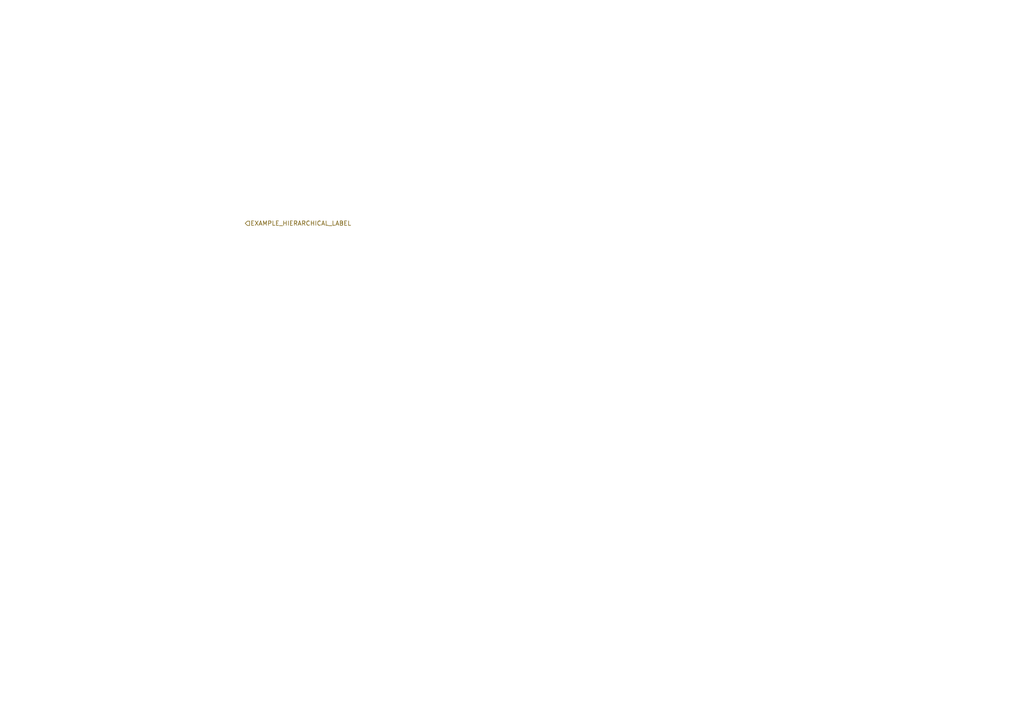
<source format=kicad_sch>
(kicad_sch
	(version 20250114)
	(generator "eeschema")
	(generator_version "9.0")
	(uuid "dd5b96c0-c600-4daf-b11c-37c81c20c165")
	(paper "A4")
	(lib_symbols)
	(hierarchical_label "EXAMPLE_HIERARCHICAL_LABEL"
		(shape input)
		(at 71.12 64.77 0)
		(effects
			(font
				(size 1.27 1.27)
			)
			(justify left)
		)
		(uuid "dd712765-45c1-4feb-9f66-7697136aa119")
	)
)

</source>
